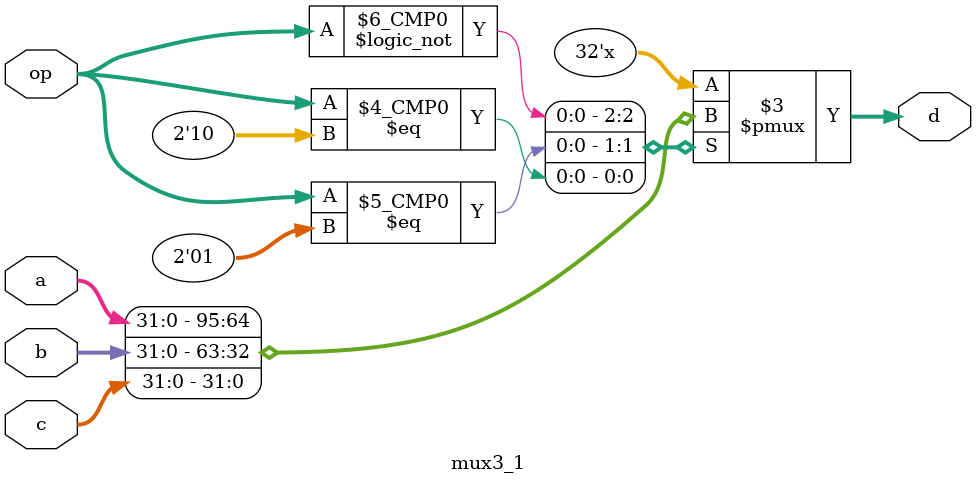
<source format=v>
`timescale 1ns / 1ps


module mux3_1(
    input [31:0]a,
    input [31:0]b,
    input [31:0]c,
    input [1:0]op,
    output reg [31:0]d
    );
    always@(*)begin
        case(op)
            2'b00:d<=a;
            2'b01:d<=b;
            2'b10:d<=c;
            default:d<=32'bX;
        endcase
    end
endmodule

</source>
